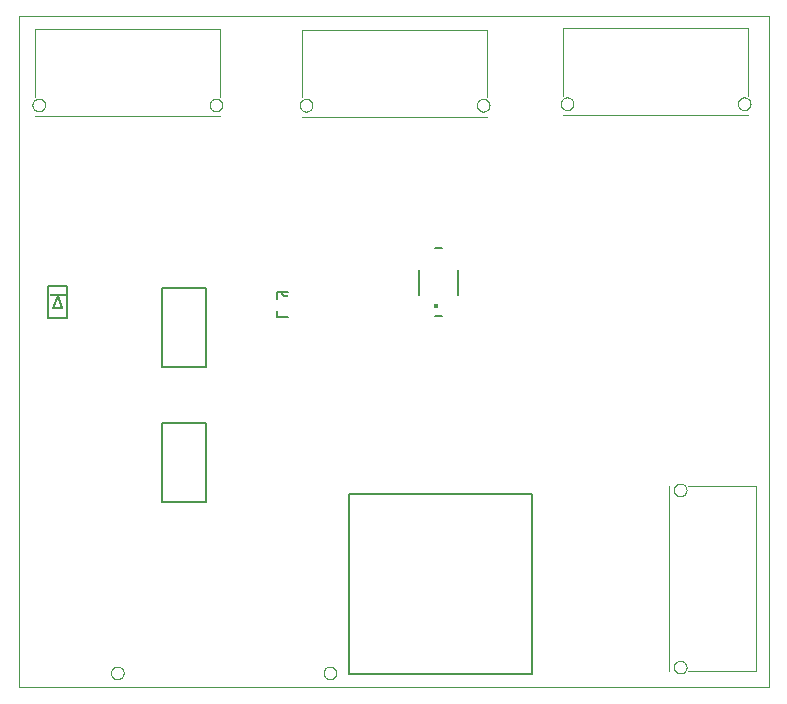
<source format=gbo>
G75*
%MOIN*%
%OFA0B0*%
%FSLAX25Y25*%
%IPPOS*%
%LPD*%
%AMOC8*
5,1,8,0,0,1.08239X$1,22.5*
%
%ADD10C,0.00000*%
%ADD11C,0.00600*%
%ADD12C,0.00500*%
%ADD13R,0.05512X0.00787*%
%ADD14C,0.00800*%
%ADD15C,0.01433*%
%ADD16C,0.00394*%
D10*
X0043720Y0026800D02*
X0043720Y0250501D01*
X0293641Y0250501D01*
X0293641Y0026800D01*
X0043720Y0026800D01*
X0074468Y0031564D02*
X0074470Y0031655D01*
X0074476Y0031746D01*
X0074486Y0031837D01*
X0074500Y0031927D01*
X0074517Y0032017D01*
X0074539Y0032105D01*
X0074564Y0032193D01*
X0074593Y0032280D01*
X0074626Y0032365D01*
X0074663Y0032448D01*
X0074703Y0032530D01*
X0074746Y0032610D01*
X0074793Y0032689D01*
X0074844Y0032765D01*
X0074897Y0032838D01*
X0074954Y0032910D01*
X0075014Y0032979D01*
X0075077Y0033045D01*
X0075142Y0033109D01*
X0075211Y0033169D01*
X0075281Y0033227D01*
X0075355Y0033281D01*
X0075430Y0033332D01*
X0075508Y0033380D01*
X0075588Y0033425D01*
X0075669Y0033466D01*
X0075752Y0033503D01*
X0075837Y0033537D01*
X0075923Y0033567D01*
X0076011Y0033593D01*
X0076099Y0033616D01*
X0076188Y0033634D01*
X0076278Y0033649D01*
X0076369Y0033660D01*
X0076460Y0033667D01*
X0076551Y0033670D01*
X0076642Y0033669D01*
X0076734Y0033664D01*
X0076824Y0033655D01*
X0076915Y0033642D01*
X0077004Y0033626D01*
X0077093Y0033605D01*
X0077181Y0033581D01*
X0077268Y0033552D01*
X0077354Y0033520D01*
X0077438Y0033485D01*
X0077520Y0033446D01*
X0077601Y0033403D01*
X0077679Y0033357D01*
X0077756Y0033307D01*
X0077830Y0033254D01*
X0077902Y0033198D01*
X0077972Y0033139D01*
X0078039Y0033077D01*
X0078103Y0033012D01*
X0078164Y0032945D01*
X0078223Y0032875D01*
X0078278Y0032802D01*
X0078330Y0032727D01*
X0078379Y0032650D01*
X0078424Y0032571D01*
X0078466Y0032489D01*
X0078504Y0032407D01*
X0078539Y0032322D01*
X0078570Y0032236D01*
X0078597Y0032149D01*
X0078620Y0032061D01*
X0078640Y0031972D01*
X0078656Y0031882D01*
X0078668Y0031792D01*
X0078676Y0031701D01*
X0078680Y0031610D01*
X0078680Y0031518D01*
X0078676Y0031427D01*
X0078668Y0031336D01*
X0078656Y0031246D01*
X0078640Y0031156D01*
X0078620Y0031067D01*
X0078597Y0030979D01*
X0078570Y0030892D01*
X0078539Y0030806D01*
X0078504Y0030721D01*
X0078466Y0030639D01*
X0078424Y0030557D01*
X0078379Y0030478D01*
X0078330Y0030401D01*
X0078278Y0030326D01*
X0078223Y0030253D01*
X0078164Y0030183D01*
X0078103Y0030116D01*
X0078039Y0030051D01*
X0077972Y0029989D01*
X0077902Y0029930D01*
X0077830Y0029874D01*
X0077756Y0029821D01*
X0077679Y0029771D01*
X0077601Y0029725D01*
X0077520Y0029682D01*
X0077438Y0029643D01*
X0077354Y0029608D01*
X0077268Y0029576D01*
X0077181Y0029547D01*
X0077093Y0029523D01*
X0077004Y0029502D01*
X0076915Y0029486D01*
X0076824Y0029473D01*
X0076734Y0029464D01*
X0076642Y0029459D01*
X0076551Y0029458D01*
X0076460Y0029461D01*
X0076369Y0029468D01*
X0076278Y0029479D01*
X0076188Y0029494D01*
X0076099Y0029512D01*
X0076011Y0029535D01*
X0075923Y0029561D01*
X0075837Y0029591D01*
X0075752Y0029625D01*
X0075669Y0029662D01*
X0075588Y0029703D01*
X0075508Y0029748D01*
X0075430Y0029796D01*
X0075355Y0029847D01*
X0075281Y0029901D01*
X0075211Y0029959D01*
X0075142Y0030019D01*
X0075077Y0030083D01*
X0075014Y0030149D01*
X0074954Y0030218D01*
X0074897Y0030290D01*
X0074844Y0030363D01*
X0074793Y0030439D01*
X0074746Y0030518D01*
X0074703Y0030598D01*
X0074663Y0030680D01*
X0074626Y0030763D01*
X0074593Y0030848D01*
X0074564Y0030935D01*
X0074539Y0031023D01*
X0074517Y0031111D01*
X0074500Y0031201D01*
X0074486Y0031291D01*
X0074476Y0031382D01*
X0074470Y0031473D01*
X0074468Y0031564D01*
X0145334Y0031564D02*
X0145336Y0031655D01*
X0145342Y0031746D01*
X0145352Y0031837D01*
X0145366Y0031927D01*
X0145383Y0032017D01*
X0145405Y0032105D01*
X0145430Y0032193D01*
X0145459Y0032280D01*
X0145492Y0032365D01*
X0145529Y0032448D01*
X0145569Y0032530D01*
X0145612Y0032610D01*
X0145659Y0032689D01*
X0145710Y0032765D01*
X0145763Y0032838D01*
X0145820Y0032910D01*
X0145880Y0032979D01*
X0145943Y0033045D01*
X0146008Y0033109D01*
X0146077Y0033169D01*
X0146147Y0033227D01*
X0146221Y0033281D01*
X0146296Y0033332D01*
X0146374Y0033380D01*
X0146454Y0033425D01*
X0146535Y0033466D01*
X0146618Y0033503D01*
X0146703Y0033537D01*
X0146789Y0033567D01*
X0146877Y0033593D01*
X0146965Y0033616D01*
X0147054Y0033634D01*
X0147144Y0033649D01*
X0147235Y0033660D01*
X0147326Y0033667D01*
X0147417Y0033670D01*
X0147508Y0033669D01*
X0147600Y0033664D01*
X0147690Y0033655D01*
X0147781Y0033642D01*
X0147870Y0033626D01*
X0147959Y0033605D01*
X0148047Y0033581D01*
X0148134Y0033552D01*
X0148220Y0033520D01*
X0148304Y0033485D01*
X0148386Y0033446D01*
X0148467Y0033403D01*
X0148545Y0033357D01*
X0148622Y0033307D01*
X0148696Y0033254D01*
X0148768Y0033198D01*
X0148838Y0033139D01*
X0148905Y0033077D01*
X0148969Y0033012D01*
X0149030Y0032945D01*
X0149089Y0032875D01*
X0149144Y0032802D01*
X0149196Y0032727D01*
X0149245Y0032650D01*
X0149290Y0032571D01*
X0149332Y0032489D01*
X0149370Y0032407D01*
X0149405Y0032322D01*
X0149436Y0032236D01*
X0149463Y0032149D01*
X0149486Y0032061D01*
X0149506Y0031972D01*
X0149522Y0031882D01*
X0149534Y0031792D01*
X0149542Y0031701D01*
X0149546Y0031610D01*
X0149546Y0031518D01*
X0149542Y0031427D01*
X0149534Y0031336D01*
X0149522Y0031246D01*
X0149506Y0031156D01*
X0149486Y0031067D01*
X0149463Y0030979D01*
X0149436Y0030892D01*
X0149405Y0030806D01*
X0149370Y0030721D01*
X0149332Y0030639D01*
X0149290Y0030557D01*
X0149245Y0030478D01*
X0149196Y0030401D01*
X0149144Y0030326D01*
X0149089Y0030253D01*
X0149030Y0030183D01*
X0148969Y0030116D01*
X0148905Y0030051D01*
X0148838Y0029989D01*
X0148768Y0029930D01*
X0148696Y0029874D01*
X0148622Y0029821D01*
X0148545Y0029771D01*
X0148467Y0029725D01*
X0148386Y0029682D01*
X0148304Y0029643D01*
X0148220Y0029608D01*
X0148134Y0029576D01*
X0148047Y0029547D01*
X0147959Y0029523D01*
X0147870Y0029502D01*
X0147781Y0029486D01*
X0147690Y0029473D01*
X0147600Y0029464D01*
X0147508Y0029459D01*
X0147417Y0029458D01*
X0147326Y0029461D01*
X0147235Y0029468D01*
X0147144Y0029479D01*
X0147054Y0029494D01*
X0146965Y0029512D01*
X0146877Y0029535D01*
X0146789Y0029561D01*
X0146703Y0029591D01*
X0146618Y0029625D01*
X0146535Y0029662D01*
X0146454Y0029703D01*
X0146374Y0029748D01*
X0146296Y0029796D01*
X0146221Y0029847D01*
X0146147Y0029901D01*
X0146077Y0029959D01*
X0146008Y0030019D01*
X0145943Y0030083D01*
X0145880Y0030149D01*
X0145820Y0030218D01*
X0145763Y0030290D01*
X0145710Y0030363D01*
X0145659Y0030439D01*
X0145612Y0030518D01*
X0145569Y0030598D01*
X0145529Y0030680D01*
X0145492Y0030763D01*
X0145459Y0030848D01*
X0145430Y0030935D01*
X0145405Y0031023D01*
X0145383Y0031111D01*
X0145366Y0031201D01*
X0145352Y0031291D01*
X0145342Y0031382D01*
X0145336Y0031473D01*
X0145334Y0031564D01*
X0262102Y0033489D02*
X0262104Y0033580D01*
X0262110Y0033671D01*
X0262120Y0033762D01*
X0262134Y0033852D01*
X0262151Y0033942D01*
X0262173Y0034030D01*
X0262198Y0034118D01*
X0262227Y0034205D01*
X0262260Y0034290D01*
X0262297Y0034373D01*
X0262337Y0034455D01*
X0262380Y0034535D01*
X0262427Y0034614D01*
X0262478Y0034690D01*
X0262531Y0034763D01*
X0262588Y0034835D01*
X0262648Y0034904D01*
X0262711Y0034970D01*
X0262776Y0035034D01*
X0262845Y0035094D01*
X0262915Y0035152D01*
X0262989Y0035206D01*
X0263064Y0035257D01*
X0263142Y0035305D01*
X0263222Y0035350D01*
X0263303Y0035391D01*
X0263386Y0035428D01*
X0263471Y0035462D01*
X0263557Y0035492D01*
X0263645Y0035518D01*
X0263733Y0035541D01*
X0263822Y0035559D01*
X0263912Y0035574D01*
X0264003Y0035585D01*
X0264094Y0035592D01*
X0264185Y0035595D01*
X0264276Y0035594D01*
X0264368Y0035589D01*
X0264458Y0035580D01*
X0264549Y0035567D01*
X0264638Y0035551D01*
X0264727Y0035530D01*
X0264815Y0035506D01*
X0264902Y0035477D01*
X0264988Y0035445D01*
X0265072Y0035410D01*
X0265154Y0035371D01*
X0265235Y0035328D01*
X0265313Y0035282D01*
X0265390Y0035232D01*
X0265464Y0035179D01*
X0265536Y0035123D01*
X0265606Y0035064D01*
X0265673Y0035002D01*
X0265737Y0034937D01*
X0265798Y0034870D01*
X0265857Y0034800D01*
X0265912Y0034727D01*
X0265964Y0034652D01*
X0266013Y0034575D01*
X0266058Y0034496D01*
X0266100Y0034414D01*
X0266138Y0034332D01*
X0266173Y0034247D01*
X0266204Y0034161D01*
X0266231Y0034074D01*
X0266254Y0033986D01*
X0266274Y0033897D01*
X0266290Y0033807D01*
X0266302Y0033717D01*
X0266310Y0033626D01*
X0266314Y0033535D01*
X0266314Y0033443D01*
X0266310Y0033352D01*
X0266302Y0033261D01*
X0266290Y0033171D01*
X0266274Y0033081D01*
X0266254Y0032992D01*
X0266231Y0032904D01*
X0266204Y0032817D01*
X0266173Y0032731D01*
X0266138Y0032646D01*
X0266100Y0032564D01*
X0266058Y0032482D01*
X0266013Y0032403D01*
X0265964Y0032326D01*
X0265912Y0032251D01*
X0265857Y0032178D01*
X0265798Y0032108D01*
X0265737Y0032041D01*
X0265673Y0031976D01*
X0265606Y0031914D01*
X0265536Y0031855D01*
X0265464Y0031799D01*
X0265390Y0031746D01*
X0265313Y0031696D01*
X0265235Y0031650D01*
X0265154Y0031607D01*
X0265072Y0031568D01*
X0264988Y0031533D01*
X0264902Y0031501D01*
X0264815Y0031472D01*
X0264727Y0031448D01*
X0264638Y0031427D01*
X0264549Y0031411D01*
X0264458Y0031398D01*
X0264368Y0031389D01*
X0264276Y0031384D01*
X0264185Y0031383D01*
X0264094Y0031386D01*
X0264003Y0031393D01*
X0263912Y0031404D01*
X0263822Y0031419D01*
X0263733Y0031437D01*
X0263645Y0031460D01*
X0263557Y0031486D01*
X0263471Y0031516D01*
X0263386Y0031550D01*
X0263303Y0031587D01*
X0263222Y0031628D01*
X0263142Y0031673D01*
X0263064Y0031721D01*
X0262989Y0031772D01*
X0262915Y0031826D01*
X0262845Y0031884D01*
X0262776Y0031944D01*
X0262711Y0032008D01*
X0262648Y0032074D01*
X0262588Y0032143D01*
X0262531Y0032215D01*
X0262478Y0032288D01*
X0262427Y0032364D01*
X0262380Y0032443D01*
X0262337Y0032523D01*
X0262297Y0032605D01*
X0262260Y0032688D01*
X0262227Y0032773D01*
X0262198Y0032860D01*
X0262173Y0032948D01*
X0262151Y0033036D01*
X0262134Y0033126D01*
X0262120Y0033216D01*
X0262110Y0033307D01*
X0262104Y0033398D01*
X0262102Y0033489D01*
X0262102Y0092544D02*
X0262104Y0092635D01*
X0262110Y0092726D01*
X0262120Y0092817D01*
X0262134Y0092907D01*
X0262151Y0092997D01*
X0262173Y0093085D01*
X0262198Y0093173D01*
X0262227Y0093260D01*
X0262260Y0093345D01*
X0262297Y0093428D01*
X0262337Y0093510D01*
X0262380Y0093590D01*
X0262427Y0093669D01*
X0262478Y0093745D01*
X0262531Y0093818D01*
X0262588Y0093890D01*
X0262648Y0093959D01*
X0262711Y0094025D01*
X0262776Y0094089D01*
X0262845Y0094149D01*
X0262915Y0094207D01*
X0262989Y0094261D01*
X0263064Y0094312D01*
X0263142Y0094360D01*
X0263222Y0094405D01*
X0263303Y0094446D01*
X0263386Y0094483D01*
X0263471Y0094517D01*
X0263557Y0094547D01*
X0263645Y0094573D01*
X0263733Y0094596D01*
X0263822Y0094614D01*
X0263912Y0094629D01*
X0264003Y0094640D01*
X0264094Y0094647D01*
X0264185Y0094650D01*
X0264276Y0094649D01*
X0264368Y0094644D01*
X0264458Y0094635D01*
X0264549Y0094622D01*
X0264638Y0094606D01*
X0264727Y0094585D01*
X0264815Y0094561D01*
X0264902Y0094532D01*
X0264988Y0094500D01*
X0265072Y0094465D01*
X0265154Y0094426D01*
X0265235Y0094383D01*
X0265313Y0094337D01*
X0265390Y0094287D01*
X0265464Y0094234D01*
X0265536Y0094178D01*
X0265606Y0094119D01*
X0265673Y0094057D01*
X0265737Y0093992D01*
X0265798Y0093925D01*
X0265857Y0093855D01*
X0265912Y0093782D01*
X0265964Y0093707D01*
X0266013Y0093630D01*
X0266058Y0093551D01*
X0266100Y0093469D01*
X0266138Y0093387D01*
X0266173Y0093302D01*
X0266204Y0093216D01*
X0266231Y0093129D01*
X0266254Y0093041D01*
X0266274Y0092952D01*
X0266290Y0092862D01*
X0266302Y0092772D01*
X0266310Y0092681D01*
X0266314Y0092590D01*
X0266314Y0092498D01*
X0266310Y0092407D01*
X0266302Y0092316D01*
X0266290Y0092226D01*
X0266274Y0092136D01*
X0266254Y0092047D01*
X0266231Y0091959D01*
X0266204Y0091872D01*
X0266173Y0091786D01*
X0266138Y0091701D01*
X0266100Y0091619D01*
X0266058Y0091537D01*
X0266013Y0091458D01*
X0265964Y0091381D01*
X0265912Y0091306D01*
X0265857Y0091233D01*
X0265798Y0091163D01*
X0265737Y0091096D01*
X0265673Y0091031D01*
X0265606Y0090969D01*
X0265536Y0090910D01*
X0265464Y0090854D01*
X0265390Y0090801D01*
X0265313Y0090751D01*
X0265235Y0090705D01*
X0265154Y0090662D01*
X0265072Y0090623D01*
X0264988Y0090588D01*
X0264902Y0090556D01*
X0264815Y0090527D01*
X0264727Y0090503D01*
X0264638Y0090482D01*
X0264549Y0090466D01*
X0264458Y0090453D01*
X0264368Y0090444D01*
X0264276Y0090439D01*
X0264185Y0090438D01*
X0264094Y0090441D01*
X0264003Y0090448D01*
X0263912Y0090459D01*
X0263822Y0090474D01*
X0263733Y0090492D01*
X0263645Y0090515D01*
X0263557Y0090541D01*
X0263471Y0090571D01*
X0263386Y0090605D01*
X0263303Y0090642D01*
X0263222Y0090683D01*
X0263142Y0090728D01*
X0263064Y0090776D01*
X0262989Y0090827D01*
X0262915Y0090881D01*
X0262845Y0090939D01*
X0262776Y0090999D01*
X0262711Y0091063D01*
X0262648Y0091129D01*
X0262588Y0091198D01*
X0262531Y0091270D01*
X0262478Y0091343D01*
X0262427Y0091419D01*
X0262380Y0091498D01*
X0262337Y0091578D01*
X0262297Y0091660D01*
X0262260Y0091743D01*
X0262227Y0091828D01*
X0262198Y0091915D01*
X0262173Y0092003D01*
X0262151Y0092091D01*
X0262134Y0092181D01*
X0262120Y0092271D01*
X0262110Y0092362D01*
X0262104Y0092453D01*
X0262102Y0092544D01*
X0196425Y0220788D02*
X0196427Y0220879D01*
X0196433Y0220970D01*
X0196443Y0221061D01*
X0196457Y0221151D01*
X0196474Y0221241D01*
X0196496Y0221329D01*
X0196521Y0221417D01*
X0196550Y0221504D01*
X0196583Y0221589D01*
X0196620Y0221672D01*
X0196660Y0221754D01*
X0196703Y0221834D01*
X0196750Y0221913D01*
X0196801Y0221989D01*
X0196854Y0222062D01*
X0196911Y0222134D01*
X0196971Y0222203D01*
X0197034Y0222269D01*
X0197099Y0222333D01*
X0197168Y0222393D01*
X0197238Y0222451D01*
X0197312Y0222505D01*
X0197387Y0222556D01*
X0197465Y0222604D01*
X0197545Y0222649D01*
X0197626Y0222690D01*
X0197709Y0222727D01*
X0197794Y0222761D01*
X0197880Y0222791D01*
X0197968Y0222817D01*
X0198056Y0222840D01*
X0198145Y0222858D01*
X0198235Y0222873D01*
X0198326Y0222884D01*
X0198417Y0222891D01*
X0198508Y0222894D01*
X0198599Y0222893D01*
X0198691Y0222888D01*
X0198781Y0222879D01*
X0198872Y0222866D01*
X0198961Y0222850D01*
X0199050Y0222829D01*
X0199138Y0222805D01*
X0199225Y0222776D01*
X0199311Y0222744D01*
X0199395Y0222709D01*
X0199477Y0222670D01*
X0199558Y0222627D01*
X0199636Y0222581D01*
X0199713Y0222531D01*
X0199787Y0222478D01*
X0199859Y0222422D01*
X0199929Y0222363D01*
X0199996Y0222301D01*
X0200060Y0222236D01*
X0200121Y0222169D01*
X0200180Y0222099D01*
X0200235Y0222026D01*
X0200287Y0221951D01*
X0200336Y0221874D01*
X0200381Y0221795D01*
X0200423Y0221713D01*
X0200461Y0221631D01*
X0200496Y0221546D01*
X0200527Y0221460D01*
X0200554Y0221373D01*
X0200577Y0221285D01*
X0200597Y0221196D01*
X0200613Y0221106D01*
X0200625Y0221016D01*
X0200633Y0220925D01*
X0200637Y0220834D01*
X0200637Y0220742D01*
X0200633Y0220651D01*
X0200625Y0220560D01*
X0200613Y0220470D01*
X0200597Y0220380D01*
X0200577Y0220291D01*
X0200554Y0220203D01*
X0200527Y0220116D01*
X0200496Y0220030D01*
X0200461Y0219945D01*
X0200423Y0219863D01*
X0200381Y0219781D01*
X0200336Y0219702D01*
X0200287Y0219625D01*
X0200235Y0219550D01*
X0200180Y0219477D01*
X0200121Y0219407D01*
X0200060Y0219340D01*
X0199996Y0219275D01*
X0199929Y0219213D01*
X0199859Y0219154D01*
X0199787Y0219098D01*
X0199713Y0219045D01*
X0199636Y0218995D01*
X0199558Y0218949D01*
X0199477Y0218906D01*
X0199395Y0218867D01*
X0199311Y0218832D01*
X0199225Y0218800D01*
X0199138Y0218771D01*
X0199050Y0218747D01*
X0198961Y0218726D01*
X0198872Y0218710D01*
X0198781Y0218697D01*
X0198691Y0218688D01*
X0198599Y0218683D01*
X0198508Y0218682D01*
X0198417Y0218685D01*
X0198326Y0218692D01*
X0198235Y0218703D01*
X0198145Y0218718D01*
X0198056Y0218736D01*
X0197968Y0218759D01*
X0197880Y0218785D01*
X0197794Y0218815D01*
X0197709Y0218849D01*
X0197626Y0218886D01*
X0197545Y0218927D01*
X0197465Y0218972D01*
X0197387Y0219020D01*
X0197312Y0219071D01*
X0197238Y0219125D01*
X0197168Y0219183D01*
X0197099Y0219243D01*
X0197034Y0219307D01*
X0196971Y0219373D01*
X0196911Y0219442D01*
X0196854Y0219514D01*
X0196801Y0219587D01*
X0196750Y0219663D01*
X0196703Y0219742D01*
X0196660Y0219822D01*
X0196620Y0219904D01*
X0196583Y0219987D01*
X0196550Y0220072D01*
X0196521Y0220159D01*
X0196496Y0220247D01*
X0196474Y0220335D01*
X0196457Y0220425D01*
X0196443Y0220515D01*
X0196433Y0220606D01*
X0196427Y0220697D01*
X0196425Y0220788D01*
X0224369Y0221288D02*
X0224371Y0221379D01*
X0224377Y0221470D01*
X0224387Y0221561D01*
X0224401Y0221651D01*
X0224418Y0221741D01*
X0224440Y0221829D01*
X0224465Y0221917D01*
X0224494Y0222004D01*
X0224527Y0222089D01*
X0224564Y0222172D01*
X0224604Y0222254D01*
X0224647Y0222334D01*
X0224694Y0222413D01*
X0224745Y0222489D01*
X0224798Y0222562D01*
X0224855Y0222634D01*
X0224915Y0222703D01*
X0224978Y0222769D01*
X0225043Y0222833D01*
X0225112Y0222893D01*
X0225182Y0222951D01*
X0225256Y0223005D01*
X0225331Y0223056D01*
X0225409Y0223104D01*
X0225489Y0223149D01*
X0225570Y0223190D01*
X0225653Y0223227D01*
X0225738Y0223261D01*
X0225824Y0223291D01*
X0225912Y0223317D01*
X0226000Y0223340D01*
X0226089Y0223358D01*
X0226179Y0223373D01*
X0226270Y0223384D01*
X0226361Y0223391D01*
X0226452Y0223394D01*
X0226543Y0223393D01*
X0226635Y0223388D01*
X0226725Y0223379D01*
X0226816Y0223366D01*
X0226905Y0223350D01*
X0226994Y0223329D01*
X0227082Y0223305D01*
X0227169Y0223276D01*
X0227255Y0223244D01*
X0227339Y0223209D01*
X0227421Y0223170D01*
X0227502Y0223127D01*
X0227580Y0223081D01*
X0227657Y0223031D01*
X0227731Y0222978D01*
X0227803Y0222922D01*
X0227873Y0222863D01*
X0227940Y0222801D01*
X0228004Y0222736D01*
X0228065Y0222669D01*
X0228124Y0222599D01*
X0228179Y0222526D01*
X0228231Y0222451D01*
X0228280Y0222374D01*
X0228325Y0222295D01*
X0228367Y0222213D01*
X0228405Y0222131D01*
X0228440Y0222046D01*
X0228471Y0221960D01*
X0228498Y0221873D01*
X0228521Y0221785D01*
X0228541Y0221696D01*
X0228557Y0221606D01*
X0228569Y0221516D01*
X0228577Y0221425D01*
X0228581Y0221334D01*
X0228581Y0221242D01*
X0228577Y0221151D01*
X0228569Y0221060D01*
X0228557Y0220970D01*
X0228541Y0220880D01*
X0228521Y0220791D01*
X0228498Y0220703D01*
X0228471Y0220616D01*
X0228440Y0220530D01*
X0228405Y0220445D01*
X0228367Y0220363D01*
X0228325Y0220281D01*
X0228280Y0220202D01*
X0228231Y0220125D01*
X0228179Y0220050D01*
X0228124Y0219977D01*
X0228065Y0219907D01*
X0228004Y0219840D01*
X0227940Y0219775D01*
X0227873Y0219713D01*
X0227803Y0219654D01*
X0227731Y0219598D01*
X0227657Y0219545D01*
X0227580Y0219495D01*
X0227502Y0219449D01*
X0227421Y0219406D01*
X0227339Y0219367D01*
X0227255Y0219332D01*
X0227169Y0219300D01*
X0227082Y0219271D01*
X0226994Y0219247D01*
X0226905Y0219226D01*
X0226816Y0219210D01*
X0226725Y0219197D01*
X0226635Y0219188D01*
X0226543Y0219183D01*
X0226452Y0219182D01*
X0226361Y0219185D01*
X0226270Y0219192D01*
X0226179Y0219203D01*
X0226089Y0219218D01*
X0226000Y0219236D01*
X0225912Y0219259D01*
X0225824Y0219285D01*
X0225738Y0219315D01*
X0225653Y0219349D01*
X0225570Y0219386D01*
X0225489Y0219427D01*
X0225409Y0219472D01*
X0225331Y0219520D01*
X0225256Y0219571D01*
X0225182Y0219625D01*
X0225112Y0219683D01*
X0225043Y0219743D01*
X0224978Y0219807D01*
X0224915Y0219873D01*
X0224855Y0219942D01*
X0224798Y0220014D01*
X0224745Y0220087D01*
X0224694Y0220163D01*
X0224647Y0220242D01*
X0224604Y0220322D01*
X0224564Y0220404D01*
X0224527Y0220487D01*
X0224494Y0220572D01*
X0224465Y0220659D01*
X0224440Y0220747D01*
X0224418Y0220835D01*
X0224401Y0220925D01*
X0224387Y0221015D01*
X0224377Y0221106D01*
X0224371Y0221197D01*
X0224369Y0221288D01*
X0283425Y0221288D02*
X0283427Y0221379D01*
X0283433Y0221470D01*
X0283443Y0221561D01*
X0283457Y0221651D01*
X0283474Y0221741D01*
X0283496Y0221829D01*
X0283521Y0221917D01*
X0283550Y0222004D01*
X0283583Y0222089D01*
X0283620Y0222172D01*
X0283660Y0222254D01*
X0283703Y0222334D01*
X0283750Y0222413D01*
X0283801Y0222489D01*
X0283854Y0222562D01*
X0283911Y0222634D01*
X0283971Y0222703D01*
X0284034Y0222769D01*
X0284099Y0222833D01*
X0284168Y0222893D01*
X0284238Y0222951D01*
X0284312Y0223005D01*
X0284387Y0223056D01*
X0284465Y0223104D01*
X0284545Y0223149D01*
X0284626Y0223190D01*
X0284709Y0223227D01*
X0284794Y0223261D01*
X0284880Y0223291D01*
X0284968Y0223317D01*
X0285056Y0223340D01*
X0285145Y0223358D01*
X0285235Y0223373D01*
X0285326Y0223384D01*
X0285417Y0223391D01*
X0285508Y0223394D01*
X0285599Y0223393D01*
X0285691Y0223388D01*
X0285781Y0223379D01*
X0285872Y0223366D01*
X0285961Y0223350D01*
X0286050Y0223329D01*
X0286138Y0223305D01*
X0286225Y0223276D01*
X0286311Y0223244D01*
X0286395Y0223209D01*
X0286477Y0223170D01*
X0286558Y0223127D01*
X0286636Y0223081D01*
X0286713Y0223031D01*
X0286787Y0222978D01*
X0286859Y0222922D01*
X0286929Y0222863D01*
X0286996Y0222801D01*
X0287060Y0222736D01*
X0287121Y0222669D01*
X0287180Y0222599D01*
X0287235Y0222526D01*
X0287287Y0222451D01*
X0287336Y0222374D01*
X0287381Y0222295D01*
X0287423Y0222213D01*
X0287461Y0222131D01*
X0287496Y0222046D01*
X0287527Y0221960D01*
X0287554Y0221873D01*
X0287577Y0221785D01*
X0287597Y0221696D01*
X0287613Y0221606D01*
X0287625Y0221516D01*
X0287633Y0221425D01*
X0287637Y0221334D01*
X0287637Y0221242D01*
X0287633Y0221151D01*
X0287625Y0221060D01*
X0287613Y0220970D01*
X0287597Y0220880D01*
X0287577Y0220791D01*
X0287554Y0220703D01*
X0287527Y0220616D01*
X0287496Y0220530D01*
X0287461Y0220445D01*
X0287423Y0220363D01*
X0287381Y0220281D01*
X0287336Y0220202D01*
X0287287Y0220125D01*
X0287235Y0220050D01*
X0287180Y0219977D01*
X0287121Y0219907D01*
X0287060Y0219840D01*
X0286996Y0219775D01*
X0286929Y0219713D01*
X0286859Y0219654D01*
X0286787Y0219598D01*
X0286713Y0219545D01*
X0286636Y0219495D01*
X0286558Y0219449D01*
X0286477Y0219406D01*
X0286395Y0219367D01*
X0286311Y0219332D01*
X0286225Y0219300D01*
X0286138Y0219271D01*
X0286050Y0219247D01*
X0285961Y0219226D01*
X0285872Y0219210D01*
X0285781Y0219197D01*
X0285691Y0219188D01*
X0285599Y0219183D01*
X0285508Y0219182D01*
X0285417Y0219185D01*
X0285326Y0219192D01*
X0285235Y0219203D01*
X0285145Y0219218D01*
X0285056Y0219236D01*
X0284968Y0219259D01*
X0284880Y0219285D01*
X0284794Y0219315D01*
X0284709Y0219349D01*
X0284626Y0219386D01*
X0284545Y0219427D01*
X0284465Y0219472D01*
X0284387Y0219520D01*
X0284312Y0219571D01*
X0284238Y0219625D01*
X0284168Y0219683D01*
X0284099Y0219743D01*
X0284034Y0219807D01*
X0283971Y0219873D01*
X0283911Y0219942D01*
X0283854Y0220014D01*
X0283801Y0220087D01*
X0283750Y0220163D01*
X0283703Y0220242D01*
X0283660Y0220322D01*
X0283620Y0220404D01*
X0283583Y0220487D01*
X0283550Y0220572D01*
X0283521Y0220659D01*
X0283496Y0220747D01*
X0283474Y0220835D01*
X0283457Y0220925D01*
X0283443Y0221015D01*
X0283433Y0221106D01*
X0283427Y0221197D01*
X0283425Y0221288D01*
X0137369Y0220788D02*
X0137371Y0220879D01*
X0137377Y0220970D01*
X0137387Y0221061D01*
X0137401Y0221151D01*
X0137418Y0221241D01*
X0137440Y0221329D01*
X0137465Y0221417D01*
X0137494Y0221504D01*
X0137527Y0221589D01*
X0137564Y0221672D01*
X0137604Y0221754D01*
X0137647Y0221834D01*
X0137694Y0221913D01*
X0137745Y0221989D01*
X0137798Y0222062D01*
X0137855Y0222134D01*
X0137915Y0222203D01*
X0137978Y0222269D01*
X0138043Y0222333D01*
X0138112Y0222393D01*
X0138182Y0222451D01*
X0138256Y0222505D01*
X0138331Y0222556D01*
X0138409Y0222604D01*
X0138489Y0222649D01*
X0138570Y0222690D01*
X0138653Y0222727D01*
X0138738Y0222761D01*
X0138824Y0222791D01*
X0138912Y0222817D01*
X0139000Y0222840D01*
X0139089Y0222858D01*
X0139179Y0222873D01*
X0139270Y0222884D01*
X0139361Y0222891D01*
X0139452Y0222894D01*
X0139543Y0222893D01*
X0139635Y0222888D01*
X0139725Y0222879D01*
X0139816Y0222866D01*
X0139905Y0222850D01*
X0139994Y0222829D01*
X0140082Y0222805D01*
X0140169Y0222776D01*
X0140255Y0222744D01*
X0140339Y0222709D01*
X0140421Y0222670D01*
X0140502Y0222627D01*
X0140580Y0222581D01*
X0140657Y0222531D01*
X0140731Y0222478D01*
X0140803Y0222422D01*
X0140873Y0222363D01*
X0140940Y0222301D01*
X0141004Y0222236D01*
X0141065Y0222169D01*
X0141124Y0222099D01*
X0141179Y0222026D01*
X0141231Y0221951D01*
X0141280Y0221874D01*
X0141325Y0221795D01*
X0141367Y0221713D01*
X0141405Y0221631D01*
X0141440Y0221546D01*
X0141471Y0221460D01*
X0141498Y0221373D01*
X0141521Y0221285D01*
X0141541Y0221196D01*
X0141557Y0221106D01*
X0141569Y0221016D01*
X0141577Y0220925D01*
X0141581Y0220834D01*
X0141581Y0220742D01*
X0141577Y0220651D01*
X0141569Y0220560D01*
X0141557Y0220470D01*
X0141541Y0220380D01*
X0141521Y0220291D01*
X0141498Y0220203D01*
X0141471Y0220116D01*
X0141440Y0220030D01*
X0141405Y0219945D01*
X0141367Y0219863D01*
X0141325Y0219781D01*
X0141280Y0219702D01*
X0141231Y0219625D01*
X0141179Y0219550D01*
X0141124Y0219477D01*
X0141065Y0219407D01*
X0141004Y0219340D01*
X0140940Y0219275D01*
X0140873Y0219213D01*
X0140803Y0219154D01*
X0140731Y0219098D01*
X0140657Y0219045D01*
X0140580Y0218995D01*
X0140502Y0218949D01*
X0140421Y0218906D01*
X0140339Y0218867D01*
X0140255Y0218832D01*
X0140169Y0218800D01*
X0140082Y0218771D01*
X0139994Y0218747D01*
X0139905Y0218726D01*
X0139816Y0218710D01*
X0139725Y0218697D01*
X0139635Y0218688D01*
X0139543Y0218683D01*
X0139452Y0218682D01*
X0139361Y0218685D01*
X0139270Y0218692D01*
X0139179Y0218703D01*
X0139089Y0218718D01*
X0139000Y0218736D01*
X0138912Y0218759D01*
X0138824Y0218785D01*
X0138738Y0218815D01*
X0138653Y0218849D01*
X0138570Y0218886D01*
X0138489Y0218927D01*
X0138409Y0218972D01*
X0138331Y0219020D01*
X0138256Y0219071D01*
X0138182Y0219125D01*
X0138112Y0219183D01*
X0138043Y0219243D01*
X0137978Y0219307D01*
X0137915Y0219373D01*
X0137855Y0219442D01*
X0137798Y0219514D01*
X0137745Y0219587D01*
X0137694Y0219663D01*
X0137647Y0219742D01*
X0137604Y0219822D01*
X0137564Y0219904D01*
X0137527Y0219987D01*
X0137494Y0220072D01*
X0137465Y0220159D01*
X0137440Y0220247D01*
X0137418Y0220335D01*
X0137401Y0220425D01*
X0137387Y0220515D01*
X0137377Y0220606D01*
X0137371Y0220697D01*
X0137369Y0220788D01*
X0107325Y0220888D02*
X0107327Y0220979D01*
X0107333Y0221070D01*
X0107343Y0221161D01*
X0107357Y0221251D01*
X0107374Y0221341D01*
X0107396Y0221429D01*
X0107421Y0221517D01*
X0107450Y0221604D01*
X0107483Y0221689D01*
X0107520Y0221772D01*
X0107560Y0221854D01*
X0107603Y0221934D01*
X0107650Y0222013D01*
X0107701Y0222089D01*
X0107754Y0222162D01*
X0107811Y0222234D01*
X0107871Y0222303D01*
X0107934Y0222369D01*
X0107999Y0222433D01*
X0108068Y0222493D01*
X0108138Y0222551D01*
X0108212Y0222605D01*
X0108287Y0222656D01*
X0108365Y0222704D01*
X0108445Y0222749D01*
X0108526Y0222790D01*
X0108609Y0222827D01*
X0108694Y0222861D01*
X0108780Y0222891D01*
X0108868Y0222917D01*
X0108956Y0222940D01*
X0109045Y0222958D01*
X0109135Y0222973D01*
X0109226Y0222984D01*
X0109317Y0222991D01*
X0109408Y0222994D01*
X0109499Y0222993D01*
X0109591Y0222988D01*
X0109681Y0222979D01*
X0109772Y0222966D01*
X0109861Y0222950D01*
X0109950Y0222929D01*
X0110038Y0222905D01*
X0110125Y0222876D01*
X0110211Y0222844D01*
X0110295Y0222809D01*
X0110377Y0222770D01*
X0110458Y0222727D01*
X0110536Y0222681D01*
X0110613Y0222631D01*
X0110687Y0222578D01*
X0110759Y0222522D01*
X0110829Y0222463D01*
X0110896Y0222401D01*
X0110960Y0222336D01*
X0111021Y0222269D01*
X0111080Y0222199D01*
X0111135Y0222126D01*
X0111187Y0222051D01*
X0111236Y0221974D01*
X0111281Y0221895D01*
X0111323Y0221813D01*
X0111361Y0221731D01*
X0111396Y0221646D01*
X0111427Y0221560D01*
X0111454Y0221473D01*
X0111477Y0221385D01*
X0111497Y0221296D01*
X0111513Y0221206D01*
X0111525Y0221116D01*
X0111533Y0221025D01*
X0111537Y0220934D01*
X0111537Y0220842D01*
X0111533Y0220751D01*
X0111525Y0220660D01*
X0111513Y0220570D01*
X0111497Y0220480D01*
X0111477Y0220391D01*
X0111454Y0220303D01*
X0111427Y0220216D01*
X0111396Y0220130D01*
X0111361Y0220045D01*
X0111323Y0219963D01*
X0111281Y0219881D01*
X0111236Y0219802D01*
X0111187Y0219725D01*
X0111135Y0219650D01*
X0111080Y0219577D01*
X0111021Y0219507D01*
X0110960Y0219440D01*
X0110896Y0219375D01*
X0110829Y0219313D01*
X0110759Y0219254D01*
X0110687Y0219198D01*
X0110613Y0219145D01*
X0110536Y0219095D01*
X0110458Y0219049D01*
X0110377Y0219006D01*
X0110295Y0218967D01*
X0110211Y0218932D01*
X0110125Y0218900D01*
X0110038Y0218871D01*
X0109950Y0218847D01*
X0109861Y0218826D01*
X0109772Y0218810D01*
X0109681Y0218797D01*
X0109591Y0218788D01*
X0109499Y0218783D01*
X0109408Y0218782D01*
X0109317Y0218785D01*
X0109226Y0218792D01*
X0109135Y0218803D01*
X0109045Y0218818D01*
X0108956Y0218836D01*
X0108868Y0218859D01*
X0108780Y0218885D01*
X0108694Y0218915D01*
X0108609Y0218949D01*
X0108526Y0218986D01*
X0108445Y0219027D01*
X0108365Y0219072D01*
X0108287Y0219120D01*
X0108212Y0219171D01*
X0108138Y0219225D01*
X0108068Y0219283D01*
X0107999Y0219343D01*
X0107934Y0219407D01*
X0107871Y0219473D01*
X0107811Y0219542D01*
X0107754Y0219614D01*
X0107701Y0219687D01*
X0107650Y0219763D01*
X0107603Y0219842D01*
X0107560Y0219922D01*
X0107520Y0220004D01*
X0107483Y0220087D01*
X0107450Y0220172D01*
X0107421Y0220259D01*
X0107396Y0220347D01*
X0107374Y0220435D01*
X0107357Y0220525D01*
X0107343Y0220615D01*
X0107333Y0220706D01*
X0107327Y0220797D01*
X0107325Y0220888D01*
X0048269Y0220888D02*
X0048271Y0220979D01*
X0048277Y0221070D01*
X0048287Y0221161D01*
X0048301Y0221251D01*
X0048318Y0221341D01*
X0048340Y0221429D01*
X0048365Y0221517D01*
X0048394Y0221604D01*
X0048427Y0221689D01*
X0048464Y0221772D01*
X0048504Y0221854D01*
X0048547Y0221934D01*
X0048594Y0222013D01*
X0048645Y0222089D01*
X0048698Y0222162D01*
X0048755Y0222234D01*
X0048815Y0222303D01*
X0048878Y0222369D01*
X0048943Y0222433D01*
X0049012Y0222493D01*
X0049082Y0222551D01*
X0049156Y0222605D01*
X0049231Y0222656D01*
X0049309Y0222704D01*
X0049389Y0222749D01*
X0049470Y0222790D01*
X0049553Y0222827D01*
X0049638Y0222861D01*
X0049724Y0222891D01*
X0049812Y0222917D01*
X0049900Y0222940D01*
X0049989Y0222958D01*
X0050079Y0222973D01*
X0050170Y0222984D01*
X0050261Y0222991D01*
X0050352Y0222994D01*
X0050443Y0222993D01*
X0050535Y0222988D01*
X0050625Y0222979D01*
X0050716Y0222966D01*
X0050805Y0222950D01*
X0050894Y0222929D01*
X0050982Y0222905D01*
X0051069Y0222876D01*
X0051155Y0222844D01*
X0051239Y0222809D01*
X0051321Y0222770D01*
X0051402Y0222727D01*
X0051480Y0222681D01*
X0051557Y0222631D01*
X0051631Y0222578D01*
X0051703Y0222522D01*
X0051773Y0222463D01*
X0051840Y0222401D01*
X0051904Y0222336D01*
X0051965Y0222269D01*
X0052024Y0222199D01*
X0052079Y0222126D01*
X0052131Y0222051D01*
X0052180Y0221974D01*
X0052225Y0221895D01*
X0052267Y0221813D01*
X0052305Y0221731D01*
X0052340Y0221646D01*
X0052371Y0221560D01*
X0052398Y0221473D01*
X0052421Y0221385D01*
X0052441Y0221296D01*
X0052457Y0221206D01*
X0052469Y0221116D01*
X0052477Y0221025D01*
X0052481Y0220934D01*
X0052481Y0220842D01*
X0052477Y0220751D01*
X0052469Y0220660D01*
X0052457Y0220570D01*
X0052441Y0220480D01*
X0052421Y0220391D01*
X0052398Y0220303D01*
X0052371Y0220216D01*
X0052340Y0220130D01*
X0052305Y0220045D01*
X0052267Y0219963D01*
X0052225Y0219881D01*
X0052180Y0219802D01*
X0052131Y0219725D01*
X0052079Y0219650D01*
X0052024Y0219577D01*
X0051965Y0219507D01*
X0051904Y0219440D01*
X0051840Y0219375D01*
X0051773Y0219313D01*
X0051703Y0219254D01*
X0051631Y0219198D01*
X0051557Y0219145D01*
X0051480Y0219095D01*
X0051402Y0219049D01*
X0051321Y0219006D01*
X0051239Y0218967D01*
X0051155Y0218932D01*
X0051069Y0218900D01*
X0050982Y0218871D01*
X0050894Y0218847D01*
X0050805Y0218826D01*
X0050716Y0218810D01*
X0050625Y0218797D01*
X0050535Y0218788D01*
X0050443Y0218783D01*
X0050352Y0218782D01*
X0050261Y0218785D01*
X0050170Y0218792D01*
X0050079Y0218803D01*
X0049989Y0218818D01*
X0049900Y0218836D01*
X0049812Y0218859D01*
X0049724Y0218885D01*
X0049638Y0218915D01*
X0049553Y0218949D01*
X0049470Y0218986D01*
X0049389Y0219027D01*
X0049309Y0219072D01*
X0049231Y0219120D01*
X0049156Y0219171D01*
X0049082Y0219225D01*
X0049012Y0219283D01*
X0048943Y0219343D01*
X0048878Y0219407D01*
X0048815Y0219473D01*
X0048755Y0219542D01*
X0048698Y0219614D01*
X0048645Y0219687D01*
X0048594Y0219763D01*
X0048547Y0219842D01*
X0048504Y0219922D01*
X0048464Y0220004D01*
X0048427Y0220087D01*
X0048394Y0220172D01*
X0048365Y0220259D01*
X0048340Y0220347D01*
X0048318Y0220435D01*
X0048301Y0220525D01*
X0048287Y0220615D01*
X0048277Y0220706D01*
X0048271Y0220797D01*
X0048269Y0220888D01*
D11*
X0091420Y0160000D02*
X0106020Y0160000D01*
X0106020Y0133600D01*
X0091420Y0133600D01*
X0091420Y0160000D01*
X0058294Y0153331D02*
X0056720Y0157269D01*
X0055145Y0153331D01*
X0058294Y0153331D01*
X0091420Y0115000D02*
X0106020Y0115000D01*
X0106020Y0088600D01*
X0091420Y0088600D01*
X0091420Y0115000D01*
X0129820Y0150100D02*
X0129820Y0152300D01*
X0129820Y0150100D02*
X0133520Y0150100D01*
X0129820Y0156300D02*
X0129820Y0158500D01*
X0131420Y0158500D01*
X0133520Y0158500D01*
X0133120Y0157400D02*
X0133056Y0157374D01*
X0132992Y0157351D01*
X0132926Y0157333D01*
X0132859Y0157317D01*
X0132791Y0157306D01*
X0132723Y0157299D01*
X0132654Y0157295D01*
X0132586Y0157296D01*
X0132517Y0157300D01*
X0132449Y0157308D01*
X0132382Y0157320D01*
X0132315Y0157336D01*
X0132249Y0157356D01*
X0132185Y0157379D01*
X0132121Y0157406D01*
X0132060Y0157436D01*
X0132000Y0157470D01*
X0131943Y0157508D01*
X0131887Y0157548D01*
X0131834Y0157592D01*
X0131784Y0157638D01*
X0131736Y0157688D01*
X0131691Y0157739D01*
X0131650Y0157794D01*
X0131611Y0157851D01*
X0131576Y0157909D01*
X0131544Y0157970D01*
X0131515Y0158032D01*
X0131490Y0158096D01*
X0131469Y0158162D01*
X0131452Y0158228D01*
X0131438Y0158295D01*
X0131428Y0158363D01*
X0131422Y0158431D01*
X0131420Y0158500D01*
D12*
X0059968Y0160615D02*
X0059968Y0149985D01*
X0053472Y0149985D01*
X0053472Y0160615D01*
X0059968Y0160615D01*
X0153932Y0091143D02*
X0153932Y0031300D01*
X0214720Y0031300D01*
X0214720Y0091143D01*
X0153932Y0091143D01*
D13*
X0056720Y0157662D03*
D14*
X0177223Y0157666D02*
X0177223Y0165934D01*
X0182538Y0173217D02*
X0184901Y0173217D01*
X0190216Y0165934D02*
X0190216Y0157666D01*
X0184901Y0150383D02*
X0182538Y0150383D01*
D15*
X0182932Y0153729D03*
D16*
X0199810Y0217009D02*
X0138196Y0217009D01*
X0138196Y0223481D02*
X0138196Y0246024D01*
X0199810Y0246024D01*
X0199810Y0223481D01*
X0225196Y0223981D02*
X0225196Y0246524D01*
X0286810Y0246524D01*
X0286810Y0223981D01*
X0286810Y0217509D02*
X0225196Y0217509D01*
X0110710Y0217109D02*
X0049096Y0217109D01*
X0049096Y0223581D02*
X0049096Y0246124D01*
X0110710Y0246124D01*
X0110710Y0223581D01*
X0260428Y0093824D02*
X0260428Y0032209D01*
X0266901Y0032209D02*
X0289444Y0032209D01*
X0289444Y0093824D01*
X0266901Y0093824D01*
M02*

</source>
